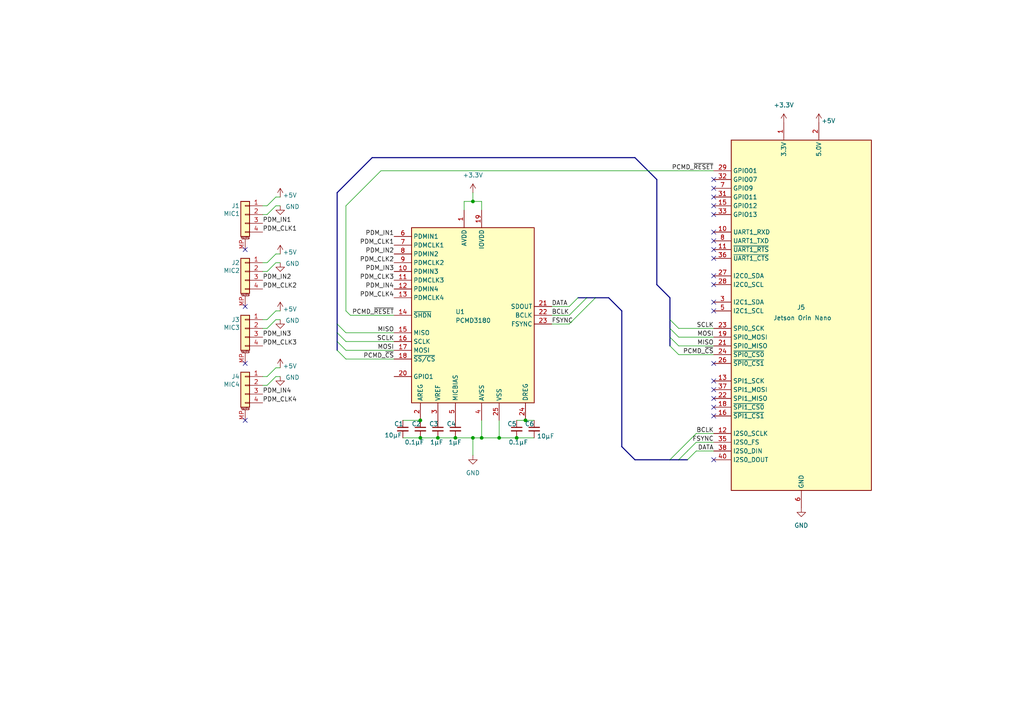
<source format=kicad_sch>
(kicad_sch (version 20250114) (generator "eeschema") (generator_version "9.0")
  (paper "A4")
  (title_block (title "Jetson Orin Nano DevKit ICHY Extension Board") (rev "alpha 1"))
  (lib_symbols
    (symbol "Connector_Generic_MountingPin:Conn_01x04_MountingPin" (pin_names (offset 1.016) (hide yes))
      (property "Reference" "J" (at 0 5.08 0))
      (property "Value" "Conn_01x04_MountingPin" (at 1.27 -7.62 0))
      (symbol "Conn_01x04_MountingPin_1_1"
        (rectangle (start -1.27 3.81) (end 1.27 -6.35) (stroke (width 0.254)) (fill (type background)))
        (rectangle (start -1.27 2.667) (end 0 2.413) (stroke (width 0.1524)))
        (rectangle (start -1.27 0.127) (end 0 -0.127) (stroke (width 0.1524)))
        (rectangle (start -1.27 -2.413) (end 0 -2.667) (stroke (width 0.1524)))
        (rectangle (start -1.27 -4.953) (end 0 -5.207) (stroke (width 0.1524)))
        (polyline (pts (xy -1.016 -7.112) (xy 1.016 -7.112)) (stroke (width 0.1524)))
        (text "Mounting" (at 0 -6.731 0) (effects (font (size 0.381 0.381))))
        (pin passive line (at -5.08 2.54 0) (length 3.81) (name "Pin_1") (number "1"))
        (pin passive line (at -5.08 0 0) (length 3.81) (name "Pin_2") (number "2"))
        (pin passive line (at -5.08 -2.54 0) (length 3.81) (name "Pin_3") (number "3"))
        (pin passive line (at -5.08 -5.08 0) (length 3.81) (name "Pin_4") (number "4"))
        (pin passive line (at 0 -10.16 90) (length 3.048) (name "MountPin") (number "MP"))
      )
    )
    (symbol "Device:C_Small" (pin_numbers (hide yes)) (pin_names (offset 0.254) (hide yes))
      (property "Reference" "C" (at 0.254 1.778 0))
      (property "Value" "C_Small" (at 0.254 -2.032 0))
      (symbol "C_Small_0_1"
        (polyline (pts (xy -1.524 0.508) (xy 1.524 0.508)) (stroke (width 0.3048)))
        (polyline (pts (xy -1.524 -0.508) (xy 1.524 -0.508)) (stroke (width 0.3302)))
      )
      (symbol "C_Small_1_1"
        (pin passive line (at 0 2.54 270) (length 2.032) (name "~") (number "1"))
        (pin passive line (at 0 -2.54 90) (length 2.032) (name "~") (number "2"))
      )
    )
    (symbol "New_Library:NVIDIA_Jetson_Orin_Nano_DevKit_Expansion_Header"
      (property "Reference" "J" (at 13.462 -52.578 0))
      (property "Value" "NVIDIA Jetson Orin Nano DevKit Expansion Header" (at 0 0 90))
      (symbol "NVIDIA_Jetson_Orin_Nano_DevKit_Expansion_Header_1_1"
        (rectangle (start -20.32 50.8) (end 20.32 -50.8) (stroke (width 0.254)) (fill (type background)))
        (pin bidirectional line (at -25.4 41.91 0) (length 5.08) (name "GPIO01") (number "29"))
        (pin bidirectional line (at -25.4 39.37 0) (length 5.08) (name "GPIO07") (number "32"))
        (pin bidirectional line (at -25.4 36.83 0) (length 5.08) (name "GPIO9") (number "7"))
        (pin bidirectional line (at -25.4 34.29 0) (length 5.08) (name "GPIO11") (number "31"))
        (pin bidirectional line (at -25.4 31.75 0) (length 5.08) (name "GPIO12") (number "15"))
        (pin bidirectional line (at -25.4 29.21 0) (length 5.08) (name "GPIO13") (number "33"))
        (pin input line (at -25.4 24.13 0) (length 5.08) (name "UART1_RXD") (number "10"))
        (pin output line (at -25.4 21.59 0) (length 5.08) (name "UART1_TXD") (number "8"))
        (pin output line (at -25.4 19.05 0) (length 5.08) (name "~{UART1_RTS}") (number "11"))
        (pin input line (at -25.4 16.51 0) (length 5.08) (name "~{UART1_CTS}") (number "36"))
        (pin bidirectional line (at -25.4 11.43 0) (length 5.08) (name "I2C0_SDA") (number "27"))
        (pin bidirectional line (at -25.4 8.89 0) (length 5.08) (name "I2C0_SCL") (number "28"))
        (pin bidirectional line (at -25.4 3.81 0) (length 5.08) (name "I2C1_SDA") (number "3"))
        (pin bidirectional line (at -25.4 1.27 0) (length 5.08) (name "I2C1_SCL") (number "5"))
        (pin output line (at -25.4 -3.81 0) (length 5.08) (name "SPI0_SCK") (number "23"))
        (pin output line (at -25.4 -6.35 0) (length 5.08) (name "SPI0_MOSI") (number "19"))
        (pin input line (at -25.4 -8.89 0) (length 5.08) (name "SPI0_MISO") (number "21"))
        (pin output line (at -25.4 -11.43 0) (length 5.08) (name "~{SPI0_CS0}") (number "24"))
        (pin output line (at -25.4 -13.97 0) (length 5.08) (name "~{SPI0_CS1}") (number "26"))
        (pin output line (at -25.4 -19.05 0) (length 5.08) (name "SPI1_SCK") (number "13"))
        (pin input line (at -25.4 -21.59 0) (length 5.08) (name "SPI1_MOSI") (number "37"))
        (pin input line (at -25.4 -24.13 0) (length 5.08) (name "SPI1_MISO") (number "22"))
        (pin output line (at -25.4 -26.67 0) (length 5.08) (name "~{SPI1_CS0}") (number "18"))
        (pin output line (at -25.4 -29.21 0) (length 5.08) (name "~{SPI1_CS1}") (number "16"))
        (pin input line (at -25.4 -34.29 0) (length 5.08) (name "I2S0_SCLK") (number "12"))
        (pin input line (at -25.4 -36.83 0) (length 5.08) (name "I2S0_FS") (number "35"))
        (pin input line (at -25.4 -39.37 0) (length 5.08) (name "I2S0_DIN") (number "38"))
        (pin output line (at -25.4 -41.91 0) (length 5.08) (name "I2S0_DOUT") (number "40"))
        (pin power_out line (at -5.08 55.88 270) (length 5.08) (name "3.3V") (number "1"))
        (pin power_out line (at -5.08 55.88 270) (length 5.08) (hide yes) (name "3.3V") (number "17"))
        (pin power_out line (at 0 -55.88 90) (length 5.08) (hide yes) (name "GND") (number "14"))
        (pin power_out line (at 0 -55.88 90) (length 5.08) (hide yes) (name "GND") (number "20"))
        (pin power_out line (at 0 -55.88 90) (length 5.08) (hide yes) (name "GND") (number "25"))
        (pin power_out line (at 0 -55.88 90) (length 5.08) (hide yes) (name "GND") (number "30"))
        (pin power_out line (at 0 -55.88 90) (length 5.08) (hide yes) (name "GND") (number "34"))
        (pin power_out line (at 0 -55.88 90) (length 5.08) (hide yes) (name "GND") (number "39"))
        (pin power_out line (at 0 -55.88 90) (length 5.08) (name "GND") (number "6"))
        (pin power_out line (at 0 -55.88 90) (length 5.08) (hide yes) (name "GND") (number "9"))
        (pin power_out line (at 5.08 55.88 270) (length 5.08) (name "5.0V") (number "2"))
        (pin power_out line (at 5.08 55.88 270) (length 5.08) (hide yes) (name "5.0V") (number "4"))
      )
    )
    (symbol "New_Library:PCMD3180"
      (property "Reference" "U" (at -16.51 26.67 0))
      (property "Value" "PCMD3180" (at 0 7.62 0))
      (symbol "PCMD3180_1_1"
        (rectangle (start -17.78 25.4) (end 17.78 -25.4) (stroke (width 0.254)) (fill (type background)))
        (pin input line (at -22.86 22.86 0) (length 5.08) (name "PDMIN1") (number "6"))
        (pin output line (at -22.86 20.32 0) (length 5.08) (name "PDMCLK1") (number "7"))
        (pin input line (at -22.86 17.78 0) (length 5.08) (name "PDMIN2") (number "8"))
        (pin output line (at -22.86 15.24 0) (length 5.08) (name "PDMCLK2") (number "9"))
        (pin input line (at -22.86 12.7 0) (length 5.08) (name "PDMIN3") (number "10"))
        (pin output line (at -22.86 10.16 0) (length 5.08) (name "PDMCLK3") (number "11"))
        (pin input line (at -22.86 7.62 0) (length 5.08) (name "PDMIN4") (number "12"))
        (pin output line (at -22.86 5.08 0) (length 5.08) (name "PDMCLK4") (number "13"))
        (pin input line (at -22.86 0 0) (length 5.08) (name "~{SHDN}") (number "14"))
        (pin input line (at -22.86 -5.08 0) (length 5.08) (name "ADDR1") (number "15") (alternate "MISO" output line))
        (pin input line (at -22.86 -7.62 0) (length 5.08) (name "ADDR0") (number "16") (alternate "SCLK" input line))
        (pin input line (at -22.86 -10.16 0) (length 5.08) (name "SCL") (number "17") (alternate "MOSI" input line))
        (pin bidirectional line (at -22.86 -12.7 0) (length 5.08) (name "SDA") (number "18") (alternate "~{SS/CS}" input line))
        (pin bidirectional line (at -22.86 -17.78 0) (length 5.08) (name "GPIO1") (number "20"))
        (pin power_out line (at -15.24 -30.48 90) (length 5.08) (name "AREG") (number "2"))
        (pin input line (at -10.16 -30.48 90) (length 5.08) (name "VREF") (number "3"))
        (pin passive line (at -5.08 -30.48 90) (length 5.08) (name "MICBIAS") (number "5"))
        (pin power_in line (at -2.54 30.48 270) (length 5.08) (name "AVDD") (number "1"))
        (pin power_in line (at 2.54 30.48 270) (length 5.08) (name "IOVDD") (number "19"))
        (pin power_in line (at 2.54 -30.48 90) (length 5.08) (name "AVSS") (number "4"))
        (pin power_in line (at 7.62 -30.48 90) (length 5.08) (name "VSS") (number "25"))
        (pin power_in line (at 15.24 -30.48 90) (length 5.08) (name "DREG") (number "24"))
        (pin output line (at 22.86 2.54 180) (length 5.08) (name "SDOUT") (number "21"))
        (pin bidirectional line (at 22.86 0 180) (length 5.08) (name "BCLK") (number "22"))
        (pin bidirectional line (at 22.86 -2.54 180) (length 5.08) (name "FSYNC") (number "23"))
      )
    )
    (symbol "power:+3.3V" (power) (pin_numbers (hide yes)) (pin_names (offset 0) (hide yes))
      (property "Value" "+3.3V" (at 0 3.556 0))
      (symbol "+3.3V_0_1"
        (polyline (pts (xy -0.762 1.27) (xy 0 2.54)))
        (polyline (pts (xy 0 2.54) (xy 0.762 1.27)))
        (polyline (pts (xy 0 0) (xy 0 2.54)))
      )
      (symbol "+3.3V_1_1"
        (pin power_in line (at 0 0 90) (length 0) (name "~") (number "1"))
      )
    )
    (symbol "power:+5V" (power) (pin_numbers (hide yes)) (pin_names (offset 0) (hide yes))
      (property "Value" "+5V" (at 0 3.556 0))
      (symbol "+5V_0_1"
        (polyline (pts (xy -0.762 1.27) (xy 0 2.54)))
        (polyline (pts (xy 0 2.54) (xy 0.762 1.27)))
        (polyline (pts (xy 0 0) (xy 0 2.54)))
      )
      (symbol "+5V_1_1"
        (pin power_in line (at 0 0 90) (length 0) (name "~") (number "1"))
      )
    )
    (symbol "power:GND" (power) (pin_numbers (hide yes)) (pin_names (offset 0) (hide yes))
      (property "Value" "GND" (at 0 -3.81 0))
      (symbol "GND_0_1"
        (polyline (pts (xy 0 0) (xy 0 -1.27) (xy 1.27 -1.27) (xy 0 -2.54) (xy -1.27 -1.27) (xy 0 -1.27)))
      )
      (symbol "GND_1_1"
        (pin power_in line (at 0 0 270) (length 0) (name "~") (number "1"))
      )
    )
  )
  (junction (at 139.7 127))
  (junction (at 121.92 121.92))
  (junction (at 127 127))
  (junction (at 137.16 127))
  (junction (at 121.92 127))
  (junction (at 149.86 127))
  (junction (at 132.08 127))
  (junction (at 152.4 121.92))
  (junction (at 144.78 127))
  (junction (at 137.16 58.42))
  (no_connect (at 207.01 115.57))
  (no_connect (at 207.01 118.11))
  (no_connect (at 207.01 59.69))
  (no_connect (at 207.01 74.93))
  (no_connect (at 207.01 54.61))
  (no_connect (at 71.12 88.9))
  (no_connect (at 207.01 110.49))
  (no_connect (at 207.01 133.35))
  (no_connect (at 207.01 62.23))
  (no_connect (at 71.12 72.39))
  (no_connect (at 207.01 80.01))
  (no_connect (at 207.01 57.15))
  (no_connect (at 207.01 72.39))
  (no_connect (at 207.01 105.41))
  (no_connect (at 207.01 90.17))
  (no_connect (at 207.01 69.85))
  (no_connect (at 71.12 121.92))
  (no_connect (at 207.01 67.31))
  (no_connect (at 207.01 87.63))
  (no_connect (at 71.12 105.41))
  (no_connect (at 207.01 52.07))
  (no_connect (at 207.01 120.65))
  (no_connect (at 207.01 113.03))
  (no_connect (at 207.01 82.55))
  (bus_entry (at 194.31 100.33) (size 2.54 2.54))
  (bus_entry (at 165.1 88.9) (size 2.54 -2.54))
  (bus_entry (at 194.31 95.25) (size 2.54 2.54))
  (bus_entry (at 167.64 88.9) (size 2.54 -2.54))
  (bus_entry (at 194.31 92.71) (size 2.54 2.54))
  (bus_entry (at 97.79 101.6) (size 2.54 2.54))
  (bus_entry (at 199.39 130.81) (size -2.54 2.54))
  (bus_entry (at 97.79 99.06) (size 2.54 2.54))
  (bus_entry (at 170.18 88.9) (size 2.54 -2.54))
  (bus_entry (at 97.79 93.98) (size 2.54 2.54))
  (bus_entry (at 201.93 130.81) (size -2.54 2.54))
  (bus_entry (at 196.85 130.81) (size -2.54 2.54))
  (bus_entry (at 97.79 96.52) (size 2.54 2.54))
  (bus_entry (at 194.31 97.79) (size 2.54 2.54))
  (wire (pts (xy 76.2 76.2) (xy 77.47 76.2)))
  (wire (pts (xy 201.93 125.73) (xy 207.01 125.73)))
  (wire (pts (xy 100.33 96.52) (xy 114.3 96.52)))
  (bus (pts (xy 194.31 133.35) (xy 196.85 133.35)))
  (bus (pts (xy 97.79 93.98) (xy 97.79 55.88)))
  (wire (pts (xy 139.7 60.96) (xy 139.7 58.42)))
  (wire (pts (xy 139.7 127) (xy 144.78 127)))
  (wire (pts (xy 77.47 62.23) (xy 80.01 59.69)))
  (wire (pts (xy 160.02 93.98) (xy 165.1 93.98)))
  (wire (pts (xy 77.47 78.74) (xy 80.01 76.2)))
  (wire (pts (xy 127 127) (xy 132.08 127)))
  (wire (pts (xy 116.84 121.92) (xy 121.92 121.92)))
  (wire (pts (xy 137.16 55.88) (xy 137.16 58.42)))
  (wire (pts (xy 100.33 104.14) (xy 114.3 104.14)))
  (bus (pts (xy 190.5 52.07) (xy 190.5 82.55)))
  (wire (pts (xy 110.49 49.53) (xy 207.01 49.53)))
  (wire (pts (xy 80.01 76.2) (xy 81.28 76.2)))
  (wire (pts (xy 134.62 60.96) (xy 134.62 58.42)))
  (wire (pts (xy 77.47 59.69) (xy 80.01 57.15)))
  (wire (pts (xy 77.47 76.2) (xy 80.01 73.66)))
  (wire (pts (xy 100.33 59.69) (xy 100.33 90.17)))
  (wire (pts (xy 76.2 92.71) (xy 77.47 92.71)))
  (bus (pts (xy 184.15 45.72) (xy 190.5 52.07)))
  (wire (pts (xy 77.47 92.71) (xy 80.01 90.17)))
  (wire (pts (xy 116.84 127) (xy 121.92 127)))
  (wire (pts (xy 121.92 127) (xy 127 127)))
  (wire (pts (xy 100.33 90.17) (xy 101.6 91.44)))
  (bus (pts (xy 97.79 93.98) (xy 97.79 96.52)))
  (wire (pts (xy 196.85 97.79) (xy 207.01 97.79)))
  (wire (pts (xy 77.47 109.22) (xy 80.01 106.68)))
  (wire (pts (xy 196.85 100.33) (xy 207.01 100.33)))
  (wire (pts (xy 76.2 109.22) (xy 77.47 109.22)))
  (wire (pts (xy 160.02 91.44) (xy 165.1 91.44)))
  (wire (pts (xy 165.1 91.44) (xy 167.64 88.9)))
  (wire (pts (xy 76.2 78.74) (xy 77.47 78.74)))
  (wire (pts (xy 137.16 127) (xy 137.16 132.08)))
  (bus (pts (xy 194.31 86.36) (xy 194.31 92.71)))
  (wire (pts (xy 139.7 121.92) (xy 139.7 127)))
  (wire (pts (xy 80.01 90.17) (xy 81.28 90.17)))
  (wire (pts (xy 201.93 128.27) (xy 207.01 128.27)))
  (wire (pts (xy 100.33 59.69) (xy 110.49 49.53)))
  (bus (pts (xy 190.5 82.55) (xy 194.31 86.36)))
  (wire (pts (xy 152.4 121.92) (xy 154.94 121.92)))
  (bus (pts (xy 196.85 133.35) (xy 199.39 133.35)))
  (wire (pts (xy 80.01 92.71) (xy 81.28 92.71)))
  (wire (pts (xy 201.93 128.27) (xy 199.39 130.81)))
  (wire (pts (xy 132.08 127) (xy 137.16 127)))
  (wire (pts (xy 149.86 121.92) (xy 152.4 121.92)))
  (wire (pts (xy 196.85 102.87) (xy 207.01 102.87)))
  (wire (pts (xy 165.1 93.98) (xy 170.18 88.9)))
  (wire (pts (xy 201.93 125.73) (xy 196.85 130.81)))
  (wire (pts (xy 77.47 111.76) (xy 80.01 109.22)))
  (wire (pts (xy 196.85 95.25) (xy 207.01 95.25)))
  (wire (pts (xy 80.01 57.15) (xy 81.28 57.15)))
  (bus (pts (xy 167.64 86.36) (xy 170.18 86.36)))
  (wire (pts (xy 149.86 127) (xy 154.94 127)))
  (bus (pts (xy 172.72 86.36) (xy 176.53 86.36)))
  (bus (pts (xy 176.53 86.36) (xy 180.34 90.17)))
  (wire (pts (xy 76.2 62.23) (xy 77.47 62.23)))
  (bus (pts (xy 194.31 95.25) (xy 194.31 97.79)))
  (wire (pts (xy 137.16 127) (xy 139.7 127)))
  (bus (pts (xy 97.79 55.88) (xy 107.95 45.72)))
  (wire (pts (xy 76.2 59.69) (xy 77.47 59.69)))
  (wire (pts (xy 144.78 127) (xy 149.86 127)))
  (wire (pts (xy 100.33 101.6) (xy 114.3 101.6)))
  (bus (pts (xy 170.18 86.36) (xy 172.72 86.36)))
  (wire (pts (xy 139.7 58.42) (xy 137.16 58.42)))
  (wire (pts (xy 77.47 95.25) (xy 80.01 92.71)))
  (wire (pts (xy 160.02 88.9) (xy 165.1 88.9)))
  (wire (pts (xy 100.33 99.06) (xy 114.3 99.06)))
  (wire (pts (xy 144.78 121.92) (xy 144.78 127)))
  (wire (pts (xy 80.01 109.22) (xy 81.28 109.22)))
  (wire (pts (xy 114.3 91.44) (xy 101.6 91.44)))
  (bus (pts (xy 184.15 133.35) (xy 194.31 133.35)))
  (bus (pts (xy 194.31 97.79) (xy 194.31 100.33)))
  (bus (pts (xy 107.95 45.72) (xy 184.15 45.72)))
  (bus (pts (xy 97.79 96.52) (xy 97.79 99.06)))
  (wire (pts (xy 76.2 111.76) (xy 77.47 111.76)))
  (wire (pts (xy 134.62 58.42) (xy 137.16 58.42)))
  (bus (pts (xy 180.34 129.54) (xy 184.15 133.35)))
  (wire (pts (xy 201.93 130.81) (xy 207.01 130.81)))
  (bus (pts (xy 180.34 90.17) (xy 180.34 129.54)))
  (wire (pts (xy 76.2 95.25) (xy 77.47 95.25)))
  (wire (pts (xy 80.01 59.69) (xy 81.28 59.69)))
  (wire (pts (xy 80.01 106.68) (xy 81.28 106.68)))
  (bus (pts (xy 97.79 99.06) (xy 97.79 101.6)))
  (wire (pts (xy 80.01 73.66) (xy 81.28 73.66)))
  (bus (pts (xy 194.31 92.71) (xy 194.31 95.25)))
  (label "PDM_IN1" (at 76.2 64.77 0))
  (label "FSYNC" (at 160.02 93.98 0))
  (label "MOSI" (at 207.01 97.79 180))
  (label "SCLK" (at 207.01 95.25 180))
  (label "DATA" (at 207.01 130.81 180))
  (label "SCLK" (at 114.3 99.06 180))
  (label "PDM_CLK4" (at 114.3 86.36 180))
  (label "PDM_CLK3" (at 114.3 81.28 180))
  (label "PDM_IN2" (at 114.3 73.66 180))
  (label "PDM_CLK4" (at 76.2 116.84 0))
  (label "MISO" (at 114.3 96.52 180))
  (label "PDM_CLK1" (at 114.3 71.12 180))
  (label "PCMD_~{CS}" (at 114.3 104.14 180))
  (label "PDM_CLK2" (at 114.3 76.2 180))
  (label "BCLK" (at 160.02 91.44 0))
  (label "PCMD_~{RESET}" (at 207.01 49.53 180))
  (label "PDM_CLK2" (at 76.2 83.82 0))
  (label "PDM_IN3" (at 76.2 97.79 0))
  (label "PDM_CLK3" (at 76.2 100.33 0))
  (label "BCLK" (at 207.01 125.73 180))
  (label "MOSI" (at 114.3 101.6 180))
  (label "PDM_IN1" (at 114.3 68.58 180))
  (label "DATA" (at 160.02 88.9 0))
  (label "PDM_CLK1" (at 76.2 67.31 0))
  (label "MISO" (at 207.01 100.33 180))
  (label "PCMD_~{RESET}" (at 114.3 91.44 180))
  (label "PDM_IN4" (at 114.3 83.82 180))
  (label "PDM_IN3" (at 114.3 78.74 180))
  (label "PDM_IN2" (at 76.2 81.28 0))
  (label "FSYNC" (at 207.01 128.27 180))
  (label "PCMD_~{CS}" (at 207.01 102.87 180))
  (label "PDM_IN4" (at 76.2 114.3 0))
  (symbol (lib_id "power:+3.3V") (at 227.33 35.56 0) (unit 1)
    (property "Reference" "#PWR07" (effects (hide yes)))
    (property "Value" "+3.3V" (at 227.33 30.48 0))
    (property "Description" "Power symbol creates a global label with name \"+3.3V\"" (effects (hide yes)))
  )
  (symbol (lib_id "New_Library:PCMD3180") (at 137.16 91.44 0) (unit 1)
    (property "Reference" "U1" (at 132.08 90.424 0) (effects (justify left)))
    (property "Value" "PCMD3180" (at 132.08 92.964 0) (effects (justify left)))
    (property "Footprint" "Package_DFN_QFN:Texas_RTW_WQFN-24-1EP_4x4mm_P0.5mm_EP2.7x2.7mm_ThermalVias" (effects (hide yes)))
    (property "Datasheet" "https://www.ti.com/lit/ds/symlink/pcmd3180.pdf" (effects (hide yes)))
    (property "Description" "Octal-Channel, PDM Input to TDM or I2S Output Converter" (effects (hide yes)))
    (pin "18" (alternate "~{SS/CS}"))
    (pin "16" (alternate "SCLK"))
    (pin "15" (alternate "MISO"))
    (pin "17" (alternate "MOSI"))
  )
  (symbol (lib_id "Device:C_Small") (at 127 124.46 0) (unit 1)
    (property "Reference" "C3" (at 124.46 122.936 0) (effects (justify left)))
    (property "Value" "1μF" (at 124.714 128.27 0) (effects (justify left)))
    (property "Footprint" "Capacitor_SMD:C_0201_0603Metric" (effects (hide yes)))
    (property "Description" "Unpolarized capacitor, small symbol" (effects (hide yes)))
  )
  (symbol (lib_id "power:GND") (at 81.28 59.69 0) (unit 1)
    (property "Reference" "#PWR09" (effects (hide yes)))
    (property "Value" "GND" (at 84.836 59.944 0))
    (property "Description" "Power symbol creates a global label with name \"GND\" , ground" (effects (hide yes)))
  )
  (symbol (lib_id "Connector_Generic_MountingPin:Conn_01x04_MountingPin") (at 71.12 95.25 0) (mirror y) (unit 1)
    (property "Reference" "J3" (at 68.326 92.71 0))
    (property "Value" "MIC3" (at 69.596 94.996 0) (effects (justify left)))
    (property "Footprint" "Connector_Molex:Molex_Pico-Clasp_202396-0407_1x04-1MP_P1.00mm_Horizontal" (effects (hide yes)))
    (property "Description" "Generic connector, single row, 01x04, script generated (kicad-library-utils/schlib/autogen/connector/)" (effects (hide yes)))
  )
  (symbol (lib_id "power:GND") (at 81.28 92.71 0) (unit 1)
    (property "Reference" "#PWR014" (effects (hide yes)))
    (property "Value" "GND" (at 84.836 92.964 0))
    (property "Description" "Power symbol creates a global label with name \"GND\" , ground" (effects (hide yes)))
  )
  (symbol (lib_id "Device:C_Small") (at 154.94 124.46 0) (mirror y) (unit 1)
    (property "Reference" "C6" (at 154.94 122.936 0) (effects (justify left)))
    (property "Value" "10μF" (at 160.782 126.492 0) (effects (justify left)))
    (property "Footprint" "Capacitor_SMD:C_0201_0603Metric" (effects (hide yes)))
    (property "Description" "Unpolarized capacitor, small symbol" (effects (hide yes)))
  )
  (symbol (lib_id "Device:C_Small") (at 149.86 124.46 0) (mirror y) (unit 1)
    (property "Reference" "C5" (at 149.86 122.936 0) (effects (justify left)))
    (property "Value" "0.1μF" (at 153.162 128.27 0) (effects (justify left)))
    (property "Footprint" "Capacitor_SMD:C_0201_0603Metric" (effects (hide yes)))
    (property "Description" "Unpolarized capacitor, small symbol" (effects (hide yes)))
  )
  (symbol (lib_id "power:+5V") (at 81.28 90.17 0) (unit 1)
    (property "Reference" "#PWR013" (effects (hide yes)))
    (property "Value" "+5V" (at 84.074 89.662 0))
    (property "Description" "Power symbol creates a global label with name \"+5V\"" (effects (hide yes)))
  )
  (symbol (lib_id "Connector_Generic_MountingPin:Conn_01x04_MountingPin") (at 71.12 62.23 0) (mirror y) (unit 1)
    (property "Reference" "J1" (at 68.326 59.69 0))
    (property "Value" "MIC1" (at 69.596 61.976 0) (effects (justify left)))
    (property "Footprint" "Connector_Molex:Molex_Pico-Clasp_202396-0407_1x04-1MP_P1.00mm_Horizontal" (effects (hide yes)))
    (property "Description" "Generic connector, single row, 01x04, script generated (kicad-library-utils/schlib/autogen/connector/)" (effects (hide yes)))
  )
  (symbol (lib_id "Connector_Generic_MountingPin:Conn_01x04_MountingPin") (at 71.12 111.76 0) (mirror y) (unit 1)
    (property "Reference" "J4" (at 68.326 109.22 0))
    (property "Value" "MIC4" (at 69.596 111.506 0) (effects (justify left)))
    (property "Footprint" "Connector_Molex:Molex_Pico-Clasp_202396-0407_1x04-1MP_P1.00mm_Horizontal" (effects (hide yes)))
    (property "Description" "Generic connector, single row, 01x04, script generated (kicad-library-utils/schlib/autogen/connector/)" (effects (hide yes)))
  )
  (symbol (lib_id "Device:C_Small") (at 132.08 124.46 0) (unit 1)
    (property "Reference" "C4" (at 129.54 122.936 0) (effects (justify left)))
    (property "Value" "1μF" (at 130.048 128.27 0) (effects (justify left)))
    (property "Footprint" "Capacitor_SMD:C_0201_0603Metric" (effects (hide yes)))
    (property "Description" "Unpolarized capacitor, small symbol" (effects (hide yes)))
  )
  (symbol (lib_id "power:GND") (at 232.41 147.32 0) (unit 1)
    (property "Reference" "#PWR08" (effects (hide yes)))
    (property "Value" "GND" (at 232.41 152.4 0))
    (property "Description" "Power symbol creates a global label with name \"GND\" , ground" (effects (hide yes)))
  )
  (symbol (lib_id "power:+3.3V") (at 137.16 55.88 0) (unit 1)
    (property "Reference" "#PWR05" (effects (hide yes)))
    (property "Value" "+3.3V" (at 137.16 50.8 0))
    (property "Description" "Power symbol creates a global label with name \"+3.3V\"" (effects (hide yes)))
  )
  (symbol (lib_id "power:+5V") (at 81.28 57.15 0) (unit 1)
    (property "Reference" "#PWR010" (effects (hide yes)))
    (property "Value" "+5V" (at 84.074 56.642 0))
    (property "Description" "Power symbol creates a global label with name \"+5V\"" (effects (hide yes)))
  )
  (symbol (lib_id "power:GND") (at 81.28 109.22 0) (unit 1)
    (property "Reference" "#PWR016" (effects (hide yes)))
    (property "Value" "GND" (at 84.836 109.474 0))
    (property "Description" "Power symbol creates a global label with name \"GND\" , ground" (effects (hide yes)))
  )
  (symbol (lib_id "power:GND") (at 137.16 132.08 0) (unit 1)
    (property "Reference" "#PWR06" (effects (hide yes)))
    (property "Value" "GND" (at 137.16 137.16 0))
    (property "Description" "Power symbol creates a global label with name \"GND\" , ground" (effects (hide yes)))
  )
  (symbol (lib_id "Connector_Generic_MountingPin:Conn_01x04_MountingPin") (at 71.12 78.74 0) (mirror y) (unit 1)
    (property "Reference" "J2" (at 68.326 76.2 0))
    (property "Value" "MIC2" (at 69.596 78.486 0) (effects (justify left)))
    (property "Footprint" "Connector_Molex:Molex_Pico-Clasp_202396-0407_1x04-1MP_P1.00mm_Horizontal" (effects (hide yes)))
    (property "Description" "Generic connector, single row, 01x04, script generated (kicad-library-utils/schlib/autogen/connector/)" (effects (hide yes)))
  )
  (symbol (lib_id "New_Library:NVIDIA_Jetson_Orin_Nano_DevKit_Expansion_Header") (at 232.41 91.44 0) (unit 1)
    (property "Reference" "J5" (at 231.14 89.154 0) (effects (justify left)))
    (property "Value" "Jetson Orin Nano" (at 224.282 92.202 0) (effects (justify left)))
    (property "Footprint" "Connector_PinSocket_2.54mm:PinSocket_2x20_P2.54mm_Vertical" (effects (hide yes)))
    (property "Datasheet" "https://developer.nvidia.com/downloads/assets/embedded/secure/jetson/orin_nano/docs/jetson_orin_nano_devkit_carrier_board_specification_sp.pdf" (effects (hide yes)))
  )
  (symbol (lib_id "power:GND") (at 81.28 76.2 0) (unit 1)
    (property "Reference" "#PWR012" (effects (hide yes)))
    (property "Value" "GND" (at 84.836 76.454 0))
    (property "Description" "Power symbol creates a global label with name \"GND\" , ground" (effects (hide yes)))
  )
  (symbol (lib_id "Device:C_Small") (at 121.92 124.46 0) (unit 1)
    (property "Reference" "C2" (at 119.38 122.936 0) (effects (justify left)))
    (property "Value" "0.1μF" (at 117.348 128.27 0) (effects (justify left)))
    (property "Footprint" "Capacitor_SMD:C_0201_0603Metric" (effects (hide yes)))
    (property "Description" "Unpolarized capacitor, small symbol" (effects (hide yes)))
  )
  (symbol (lib_id "power:+5V") (at 81.28 106.68 0) (unit 1)
    (property "Reference" "#PWR015" (effects (hide yes)))
    (property "Value" "+5V" (at 84.074 106.172 0))
    (property "Description" "Power symbol creates a global label with name \"+5V\"" (effects (hide yes)))
  )
  (symbol (lib_id "power:+5V") (at 81.28 73.66 0) (unit 1)
    (property "Reference" "#PWR011" (effects (hide yes)))
    (property "Value" "+5V" (at 84.074 73.152 0))
    (property "Description" "Power symbol creates a global label with name \"+5V\"" (effects (hide yes)))
  )
  (symbol (lib_id "Device:C_Small") (at 116.84 124.46 0) (unit 1)
    (property "Reference" "C1" (at 114.3 122.936 0) (effects (justify left)))
    (property "Value" "10μF" (at 111.506 126.238 0) (effects (justify left)))
    (property "Footprint" "Capacitor_SMD:C_0201_0603Metric" (effects (hide yes)))
    (property "Description" "Unpolarized capacitor, small symbol" (effects (hide yes)))
  )
  (symbol (lib_id "power:+5V") (at 237.49 35.56 0) (unit 1)
    (property "Reference" "#PWR017" (effects (hide yes)))
    (property "Value" "+5V" (at 240.284 35.052 0))
    (property "Description" "Power symbol creates a global label with name \"+5V\"" (effects (hide yes)))
  )
)
</source>
